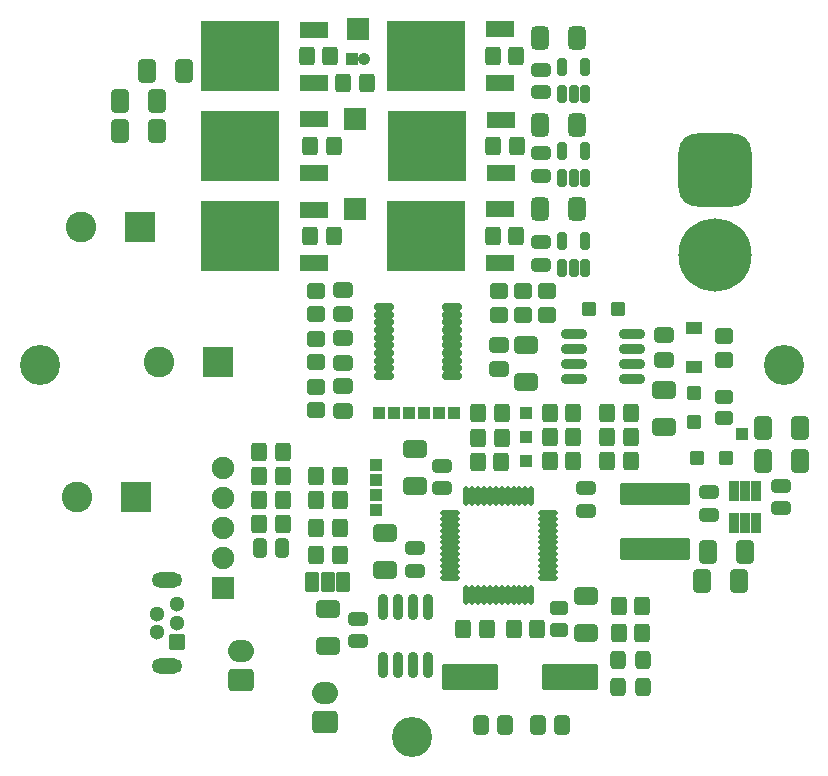
<source format=gts>
G04 #@! TF.GenerationSoftware,KiCad,Pcbnew,6.0.11+dfsg-1*
G04 #@! TF.CreationDate,2025-03-20T11:06:45-04:00*
G04 #@! TF.ProjectId,foc-board,666f632d-626f-4617-9264-2e6b69636164,rev?*
G04 #@! TF.SameCoordinates,Original*
G04 #@! TF.FileFunction,Soldermask,Top*
G04 #@! TF.FilePolarity,Negative*
%FSLAX46Y46*%
G04 Gerber Fmt 4.6, Leading zero omitted, Abs format (unit mm)*
G04 Created by KiCad (PCBNEW 6.0.11+dfsg-1) date 2025-03-20 11:06:45*
%MOMM*%
%LPD*%
G01*
G04 APERTURE LIST*
G04 Aperture macros list*
%AMRoundRect*
0 Rectangle with rounded corners*
0 $1 Rounding radius*
0 $2 $3 $4 $5 $6 $7 $8 $9 X,Y pos of 4 corners*
0 Add a 4 corners polygon primitive as box body*
4,1,4,$2,$3,$4,$5,$6,$7,$8,$9,$2,$3,0*
0 Add four circle primitives for the rounded corners*
1,1,$1+$1,$2,$3*
1,1,$1+$1,$4,$5*
1,1,$1+$1,$6,$7*
1,1,$1+$1,$8,$9*
0 Add four rect primitives between the rounded corners*
20,1,$1+$1,$2,$3,$4,$5,0*
20,1,$1+$1,$4,$5,$6,$7,0*
20,1,$1+$1,$6,$7,$8,$9,0*
20,1,$1+$1,$8,$9,$2,$3,0*%
G04 Aperture macros list end*
%ADD10RoundRect,0.350000X-0.412500X-0.650000X0.412500X-0.650000X0.412500X0.650000X-0.412500X0.650000X0*%
%ADD11RoundRect,0.100000X-0.850000X-0.850000X0.850000X-0.850000X0.850000X0.850000X-0.850000X0.850000X0*%
%ADD12RoundRect,0.350000X0.450000X-0.350000X0.450000X0.350000X-0.450000X0.350000X-0.450000X-0.350000X0*%
%ADD13RoundRect,0.100000X0.325000X-0.780000X0.325000X0.780000X-0.325000X0.780000X-0.325000X-0.780000X0*%
%ADD14RoundRect,0.350000X-0.350000X-0.450000X0.350000X-0.450000X0.350000X0.450000X-0.350000X0.450000X0*%
%ADD15RoundRect,0.350000X-0.337500X-0.475000X0.337500X-0.475000X0.337500X0.475000X-0.337500X0.475000X0*%
%ADD16C,3.400000*%
%ADD17RoundRect,0.250000X0.150000X-0.512500X0.150000X0.512500X-0.150000X0.512500X-0.150000X-0.512500X0*%
%ADD18RoundRect,0.350000X0.475000X-0.250000X0.475000X0.250000X-0.475000X0.250000X-0.475000X-0.250000X0*%
%ADD19RoundRect,0.350000X-0.475000X0.250000X-0.475000X-0.250000X0.475000X-0.250000X0.475000X0.250000X0*%
%ADD20RoundRect,0.100000X1.200000X1.200000X-1.200000X1.200000X-1.200000X-1.200000X1.200000X-1.200000X0*%
%ADD21C,2.600000*%
%ADD22RoundRect,0.100000X0.425000X-0.425000X0.425000X0.425000X-0.425000X0.425000X-0.425000X-0.425000X0*%
%ADD23O,1.050000X1.050000*%
%ADD24RoundRect,0.100000X-0.425000X-0.425000X0.425000X-0.425000X0.425000X0.425000X-0.425000X0.425000X0*%
%ADD25RoundRect,0.200000X0.637500X0.100000X-0.637500X0.100000X-0.637500X-0.100000X0.637500X-0.100000X0*%
%ADD26RoundRect,0.350000X0.475000X-0.337500X0.475000X0.337500X-0.475000X0.337500X-0.475000X-0.337500X0*%
%ADD27RoundRect,0.175000X0.075000X-0.662500X0.075000X0.662500X-0.075000X0.662500X-0.075000X-0.662500X0*%
%ADD28RoundRect,0.175000X0.662500X-0.075000X0.662500X0.075000X-0.662500X0.075000X-0.662500X-0.075000X0*%
%ADD29RoundRect,0.350000X0.350000X0.450000X-0.350000X0.450000X-0.350000X-0.450000X0.350000X-0.450000X0*%
%ADD30RoundRect,0.350000X0.250000X0.475000X-0.250000X0.475000X-0.250000X-0.475000X0.250000X-0.475000X0*%
%ADD31RoundRect,0.350000X0.450000X-0.262500X0.450000X0.262500X-0.450000X0.262500X-0.450000X-0.262500X0*%
%ADD32RoundRect,0.350000X0.650000X-0.412500X0.650000X0.412500X-0.650000X0.412500X-0.650000X-0.412500X0*%
%ADD33RoundRect,0.350000X0.337500X0.475000X-0.337500X0.475000X-0.337500X-0.475000X0.337500X-0.475000X0*%
%ADD34RoundRect,0.100000X1.100000X0.600000X-1.100000X0.600000X-1.100000X-0.600000X1.100000X-0.600000X0*%
%ADD35RoundRect,0.100000X3.200000X2.900000X-3.200000X2.900000X-3.200000X-2.900000X3.200000X-2.900000X0*%
%ADD36RoundRect,0.100000X-2.850000X0.800000X-2.850000X-0.800000X2.850000X-0.800000X2.850000X0.800000X0*%
%ADD37RoundRect,0.350000X0.412500X0.650000X-0.412500X0.650000X-0.412500X-0.650000X0.412500X-0.650000X0*%
%ADD38RoundRect,0.350000X0.325000X0.450000X-0.325000X0.450000X-0.325000X-0.450000X0.325000X-0.450000X0*%
%ADD39RoundRect,0.100000X0.500000X-0.500000X0.500000X0.500000X-0.500000X0.500000X-0.500000X-0.500000X0*%
%ADD40RoundRect,0.100000X0.600000X-0.450000X0.600000X0.450000X-0.600000X0.450000X-0.600000X-0.450000X0*%
%ADD41RoundRect,0.350000X0.750000X-0.600000X0.750000X0.600000X-0.750000X0.600000X-0.750000X-0.600000X0*%
%ADD42O,2.200000X1.900000*%
%ADD43RoundRect,0.350000X-0.400000X-0.625000X0.400000X-0.625000X0.400000X0.625000X-0.400000X0.625000X0*%
%ADD44RoundRect,0.100000X0.500000X0.500000X-0.500000X0.500000X-0.500000X-0.500000X0.500000X-0.500000X0*%
%ADD45RoundRect,0.100000X-2.250000X-1.000000X2.250000X-1.000000X2.250000X1.000000X-2.250000X1.000000X0*%
%ADD46RoundRect,0.350000X-0.450000X0.262500X-0.450000X-0.262500X0.450000X-0.262500X0.450000X0.262500X0*%
%ADD47RoundRect,0.250000X-0.150000X0.825000X-0.150000X-0.825000X0.150000X-0.825000X0.150000X0.825000X0*%
%ADD48RoundRect,0.100000X-0.500000X-0.750000X0.500000X-0.750000X0.500000X0.750000X-0.500000X0.750000X0*%
%ADD49RoundRect,0.100000X0.550000X-0.550000X0.550000X0.550000X-0.550000X0.550000X-0.550000X-0.550000X0*%
%ADD50C,1.300000*%
%ADD51O,2.600000X1.300000*%
%ADD52RoundRect,0.250000X-0.825000X-0.150000X0.825000X-0.150000X0.825000X0.150000X-0.825000X0.150000X0*%
%ADD53RoundRect,1.600000X-1.500000X1.500000X-1.500000X-1.500000X1.500000X-1.500000X1.500000X1.500000X0*%
%ADD54C,6.200000*%
%ADD55RoundRect,0.350000X-0.650000X0.412500X-0.650000X-0.412500X0.650000X-0.412500X0.650000X0.412500X0*%
%ADD56RoundRect,0.100000X0.850000X0.850000X-0.850000X0.850000X-0.850000X-0.850000X0.850000X-0.850000X0*%
%ADD57O,1.900000X1.900000*%
%ADD58RoundRect,0.350000X-0.450000X0.350000X-0.450000X-0.350000X0.450000X-0.350000X0.450000X0.350000X0*%
%ADD59RoundRect,0.350000X-0.475000X0.337500X-0.475000X-0.337500X0.475000X-0.337500X0.475000X0.337500X0*%
G04 APERTURE END LIST*
D10*
X132549500Y-111760000D03*
X135674500Y-111760000D03*
D11*
X102640000Y-82764000D03*
D12*
X116864000Y-91678000D03*
X116864000Y-89678000D03*
D13*
X134710000Y-109340000D03*
X135660000Y-109340000D03*
X136610000Y-109340000D03*
X136610000Y-106640000D03*
X135660000Y-106640000D03*
X134710000Y-106640000D03*
D14*
X124984000Y-116332000D03*
X126984000Y-116332000D03*
D15*
X118112500Y-126452000D03*
X120187500Y-126452000D03*
D16*
X138962000Y-95972000D03*
D17*
X120208000Y-72979500D03*
X121158000Y-72979500D03*
X122108000Y-72979500D03*
X122108000Y-70704500D03*
X120208000Y-70704500D03*
D14*
X98846000Y-77429000D03*
X100846000Y-77429000D03*
D18*
X132612000Y-108620000D03*
X132612000Y-106720000D03*
D19*
X109982000Y-104460000D03*
X109982000Y-106360000D03*
D18*
X122198000Y-108286000D03*
X122198000Y-106386000D03*
D14*
X124984000Y-118618000D03*
X126984000Y-118618000D03*
D20*
X84135959Y-107148000D03*
D21*
X79135959Y-107148000D03*
D17*
X120208000Y-80091500D03*
X121158000Y-80091500D03*
X122108000Y-80091500D03*
X122108000Y-77816500D03*
X120208000Y-77816500D03*
D22*
X102394000Y-70064000D03*
D23*
X103394000Y-70064000D03*
D24*
X109752000Y-100036000D03*
D25*
X110836500Y-96865000D03*
X110836500Y-96215000D03*
X110836500Y-95565000D03*
X110836500Y-94915000D03*
X110836500Y-94265000D03*
X110836500Y-93615000D03*
X110836500Y-92965000D03*
X110836500Y-92315000D03*
X110836500Y-91665000D03*
X110836500Y-91015000D03*
X105111500Y-91015000D03*
X105111500Y-91665000D03*
X105111500Y-92315000D03*
X105111500Y-92965000D03*
X105111500Y-93615000D03*
X105111500Y-94265000D03*
X105111500Y-94915000D03*
X105111500Y-95565000D03*
X105111500Y-96215000D03*
X105111500Y-96865000D03*
D20*
X84467918Y-84288000D03*
D21*
X79467918Y-84288000D03*
D14*
X94528000Y-109434000D03*
X96528000Y-109434000D03*
D26*
X114808000Y-96309000D03*
X114808000Y-94234000D03*
D24*
X105942000Y-100036000D03*
D27*
X112082000Y-115374500D03*
X112582000Y-115374500D03*
X113082000Y-115374500D03*
X113582000Y-115374500D03*
X114082000Y-115374500D03*
X114582000Y-115374500D03*
X115082000Y-115374500D03*
X115582000Y-115374500D03*
X116082000Y-115374500D03*
X116582000Y-115374500D03*
X117082000Y-115374500D03*
X117582000Y-115374500D03*
D28*
X118994500Y-113962000D03*
X118994500Y-113462000D03*
X118994500Y-112962000D03*
X118994500Y-112462000D03*
X118994500Y-111962000D03*
X118994500Y-111462000D03*
X118994500Y-110962000D03*
X118994500Y-110462000D03*
X118994500Y-109962000D03*
X118994500Y-109462000D03*
X118994500Y-108962000D03*
X118994500Y-108462000D03*
D27*
X117582000Y-107049500D03*
X117082000Y-107049500D03*
X116582000Y-107049500D03*
X116082000Y-107049500D03*
X115582000Y-107049500D03*
X115082000Y-107049500D03*
X114582000Y-107049500D03*
X114082000Y-107049500D03*
X113582000Y-107049500D03*
X113082000Y-107049500D03*
X112582000Y-107049500D03*
X112082000Y-107049500D03*
D28*
X110669500Y-108462000D03*
X110669500Y-108962000D03*
X110669500Y-109462000D03*
X110669500Y-109962000D03*
X110669500Y-110462000D03*
X110669500Y-110962000D03*
X110669500Y-111462000D03*
X110669500Y-111962000D03*
X110669500Y-112462000D03*
X110669500Y-112962000D03*
X110669500Y-113462000D03*
X110669500Y-113962000D03*
D29*
X126008000Y-102068000D03*
X124008000Y-102068000D03*
D30*
X96478000Y-111466000D03*
X94578000Y-111466000D03*
D31*
X133882000Y-100440500D03*
X133882000Y-98615500D03*
D29*
X113816000Y-118324000D03*
X111816000Y-118324000D03*
D12*
X99338000Y-99766000D03*
X99338000Y-97766000D03*
D32*
X105180000Y-113282500D03*
X105180000Y-110157500D03*
D33*
X115383000Y-126452000D03*
X113308000Y-126452000D03*
D34*
X99226000Y-72090000D03*
D35*
X92926000Y-69810000D03*
D34*
X99226000Y-67530000D03*
D36*
X128040000Y-106830000D03*
X128040000Y-111530000D03*
D12*
X99338000Y-95702000D03*
X99338000Y-93702000D03*
X118872000Y-91678000D03*
X118872000Y-89678000D03*
D29*
X101354000Y-105370000D03*
X99354000Y-105370000D03*
D18*
X138684000Y-108072000D03*
X138684000Y-106172000D03*
D29*
X115062000Y-102108000D03*
X113062000Y-102108000D03*
D24*
X104672000Y-100036000D03*
D14*
X119142000Y-100036000D03*
X121142000Y-100036000D03*
D16*
X107466000Y-127468000D03*
D14*
X94528000Y-103338000D03*
X96528000Y-103338000D03*
D37*
X88200500Y-71080000D03*
X85075500Y-71080000D03*
D10*
X132041500Y-114260000D03*
X135166500Y-114260000D03*
D38*
X127009000Y-123190000D03*
X124959000Y-123190000D03*
D29*
X115078000Y-100036000D03*
X113078000Y-100036000D03*
D34*
X99191000Y-79709000D03*
D35*
X92891000Y-77429000D03*
D34*
X99191000Y-75149000D03*
X115016000Y-79710000D03*
D35*
X108716000Y-77430000D03*
D34*
X115016000Y-75150000D03*
D24*
X107212000Y-100038000D03*
D10*
X137184000Y-101306000D03*
X140309000Y-101306000D03*
D38*
X127009000Y-120904000D03*
X124959000Y-120904000D03*
D17*
X120208000Y-87711500D03*
X121158000Y-87711500D03*
X122108000Y-87711500D03*
X122108000Y-85436500D03*
X120208000Y-85436500D03*
D18*
X118388000Y-87458000D03*
X118388000Y-85558000D03*
D39*
X131342000Y-100778000D03*
X131342000Y-98278000D03*
D40*
X131342000Y-96098000D03*
X131342000Y-92798000D03*
D41*
X100100000Y-126198000D03*
D42*
X100100000Y-123698000D03*
D43*
X118342000Y-82764000D03*
X121442000Y-82764000D03*
X118342000Y-68286000D03*
X121442000Y-68286000D03*
D19*
X107720000Y-111466000D03*
X107720000Y-113366000D03*
D29*
X126008000Y-100036000D03*
X124008000Y-100036000D03*
D26*
X101624000Y-95739500D03*
X101624000Y-93664500D03*
D18*
X118388000Y-72858000D03*
X118388000Y-70958000D03*
D43*
X118342000Y-75652000D03*
X121442000Y-75652000D03*
D14*
X99354000Y-112014000D03*
X101354000Y-112014000D03*
D24*
X117134000Y-102068000D03*
D14*
X119142000Y-104100000D03*
X121142000Y-104100000D03*
X114324000Y-85050000D03*
X116324000Y-85050000D03*
D41*
X92971000Y-122622000D03*
D42*
X92971000Y-120122000D03*
D44*
X124948000Y-91186000D03*
X122448000Y-91186000D03*
D24*
X117134000Y-100036000D03*
X135406000Y-101814000D03*
D14*
X114324000Y-69810000D03*
X116324000Y-69810000D03*
D45*
X112360000Y-122388000D03*
X120860000Y-122388000D03*
D34*
X114968000Y-72089000D03*
D35*
X108668000Y-69809000D03*
D34*
X114968000Y-67529000D03*
D46*
X119912000Y-116546000D03*
X119912000Y-118371000D03*
D26*
X101624000Y-99825000D03*
X101624000Y-97750000D03*
D14*
X114366000Y-77430000D03*
X116366000Y-77430000D03*
D24*
X111022000Y-100036000D03*
D47*
X108839000Y-116397000D03*
X107569000Y-116397000D03*
X106299000Y-116397000D03*
X105029000Y-116397000D03*
X105029000Y-121347000D03*
X106299000Y-121347000D03*
X107569000Y-121347000D03*
X108839000Y-121347000D03*
D14*
X98846000Y-85050000D03*
X100846000Y-85050000D03*
D16*
X75970000Y-95972000D03*
D29*
X126008000Y-104100000D03*
X124008000Y-104100000D03*
D24*
X108482000Y-100036000D03*
D29*
X118102000Y-118324000D03*
X116102000Y-118324000D03*
D11*
X102894000Y-67524000D03*
D48*
X99054000Y-114300000D03*
X100354000Y-114300000D03*
X101654000Y-114300000D03*
D49*
X87626000Y-119378000D03*
D50*
X85876000Y-118578000D03*
X87626000Y-117778000D03*
X85876000Y-116978000D03*
X87626000Y-116178000D03*
D51*
X86751000Y-121428000D03*
X86751000Y-114128000D03*
D18*
X102894000Y-119340000D03*
X102894000Y-117440000D03*
X118388000Y-79904000D03*
X118388000Y-78004000D03*
D32*
X107696000Y-106210500D03*
X107696000Y-103085500D03*
D14*
X98576000Y-69810000D03*
X100576000Y-69810000D03*
D24*
X104394000Y-105664000D03*
X104394000Y-108204000D03*
D52*
X121158000Y-93345000D03*
X121158000Y-94615000D03*
X121158000Y-95885000D03*
X121158000Y-97155000D03*
X126108000Y-97155000D03*
X126108000Y-95885000D03*
X126108000Y-94615000D03*
X126108000Y-93345000D03*
D53*
X133120000Y-79462000D03*
D54*
X133120000Y-86662000D03*
D55*
X128802000Y-98036500D03*
X128802000Y-101161500D03*
D14*
X101640000Y-72096000D03*
X103640000Y-72096000D03*
D24*
X104394000Y-106934000D03*
D44*
X134092000Y-103846000D03*
X131592000Y-103846000D03*
D24*
X117134000Y-104100000D03*
D10*
X137184000Y-104100000D03*
X140309000Y-104100000D03*
D14*
X99354000Y-109728000D03*
X101354000Y-109728000D03*
D26*
X101624000Y-91656000D03*
X101624000Y-89581000D03*
D34*
X114968000Y-87328000D03*
D35*
X108668000Y-85048000D03*
D34*
X114968000Y-82768000D03*
D56*
X91440000Y-114808000D03*
D57*
X91440000Y-112268000D03*
X91440000Y-109728000D03*
X91440000Y-107188000D03*
X91440000Y-104648000D03*
D14*
X94528000Y-107402000D03*
X96528000Y-107402000D03*
D58*
X133858000Y-93488000D03*
X133858000Y-95488000D03*
D59*
X128802000Y-93410500D03*
X128802000Y-95485500D03*
D37*
X85914500Y-76160000D03*
X82789500Y-76160000D03*
X85914500Y-73620000D03*
X82789500Y-73620000D03*
D55*
X100330000Y-116586000D03*
X100330000Y-119711000D03*
D14*
X119142000Y-102068000D03*
X121142000Y-102068000D03*
D12*
X114808000Y-91678000D03*
X114808000Y-89678000D03*
D24*
X104394000Y-104394000D03*
D14*
X94528000Y-105370000D03*
X96528000Y-105370000D03*
D29*
X115046000Y-104140000D03*
X113046000Y-104140000D03*
D32*
X122198000Y-118655000D03*
X122198000Y-115530000D03*
D34*
X99226000Y-87330000D03*
D35*
X92926000Y-85050000D03*
D34*
X99226000Y-82770000D03*
D32*
X117094000Y-97359000D03*
X117094000Y-94234000D03*
D11*
X102640000Y-75144000D03*
D20*
X91051795Y-95718000D03*
D21*
X86051795Y-95718000D03*
D12*
X99338000Y-91638000D03*
X99338000Y-89638000D03*
D14*
X99354000Y-107402000D03*
X101354000Y-107402000D03*
G36*
X111551334Y-96498598D02*
G01*
X111551724Y-96500560D01*
X111551493Y-96501028D01*
X111531688Y-96530667D01*
X111538874Y-96566794D01*
X111550627Y-96578547D01*
X111551145Y-96580479D01*
X111549731Y-96581893D01*
X111548823Y-96581923D01*
X111473801Y-96567000D01*
X110199199Y-96567000D01*
X110123560Y-96582045D01*
X110121666Y-96581402D01*
X110121276Y-96579440D01*
X110121507Y-96578972D01*
X110141312Y-96549333D01*
X110134126Y-96513206D01*
X110122373Y-96501453D01*
X110121855Y-96499521D01*
X110123269Y-96498107D01*
X110124177Y-96498077D01*
X110199199Y-96513000D01*
X111473801Y-96513000D01*
X111549440Y-96497955D01*
X111551334Y-96498598D01*
G37*
G36*
X105826334Y-96498598D02*
G01*
X105826724Y-96500560D01*
X105826493Y-96501028D01*
X105806688Y-96530667D01*
X105813874Y-96566794D01*
X105825627Y-96578547D01*
X105826145Y-96580479D01*
X105824731Y-96581893D01*
X105823823Y-96581923D01*
X105748801Y-96567000D01*
X104474199Y-96567000D01*
X104398560Y-96582045D01*
X104396666Y-96581402D01*
X104396276Y-96579440D01*
X104396507Y-96578972D01*
X104416312Y-96549333D01*
X104409126Y-96513206D01*
X104397373Y-96501453D01*
X104396855Y-96499521D01*
X104398269Y-96498107D01*
X104399177Y-96498077D01*
X104474199Y-96513000D01*
X105748801Y-96513000D01*
X105824440Y-96497955D01*
X105826334Y-96498598D01*
G37*
G36*
X111551334Y-95848598D02*
G01*
X111551724Y-95850560D01*
X111551493Y-95851028D01*
X111531688Y-95880667D01*
X111538874Y-95916794D01*
X111550627Y-95928547D01*
X111551145Y-95930479D01*
X111549731Y-95931893D01*
X111548823Y-95931923D01*
X111473801Y-95917000D01*
X110199199Y-95917000D01*
X110123560Y-95932045D01*
X110121666Y-95931402D01*
X110121276Y-95929440D01*
X110121507Y-95928972D01*
X110141312Y-95899333D01*
X110134126Y-95863206D01*
X110122373Y-95851453D01*
X110121855Y-95849521D01*
X110123269Y-95848107D01*
X110124177Y-95848077D01*
X110199199Y-95863000D01*
X111473801Y-95863000D01*
X111549440Y-95847955D01*
X111551334Y-95848598D01*
G37*
G36*
X105826334Y-95848598D02*
G01*
X105826724Y-95850560D01*
X105826493Y-95851028D01*
X105806688Y-95880667D01*
X105813874Y-95916794D01*
X105825627Y-95928547D01*
X105826145Y-95930479D01*
X105824731Y-95931893D01*
X105823823Y-95931923D01*
X105748801Y-95917000D01*
X104474199Y-95917000D01*
X104398560Y-95932045D01*
X104396666Y-95931402D01*
X104396276Y-95929440D01*
X104396507Y-95928972D01*
X104416312Y-95899333D01*
X104409126Y-95863206D01*
X104397373Y-95851453D01*
X104396855Y-95849521D01*
X104398269Y-95848107D01*
X104399177Y-95848077D01*
X104474199Y-95863000D01*
X105748801Y-95863000D01*
X105824440Y-95847955D01*
X105826334Y-95848598D01*
G37*
G36*
X105826334Y-95198598D02*
G01*
X105826724Y-95200560D01*
X105826493Y-95201028D01*
X105806688Y-95230667D01*
X105813874Y-95266794D01*
X105825627Y-95278547D01*
X105826145Y-95280479D01*
X105824731Y-95281893D01*
X105823823Y-95281923D01*
X105748801Y-95267000D01*
X104474199Y-95267000D01*
X104398560Y-95282045D01*
X104396666Y-95281402D01*
X104396276Y-95279440D01*
X104396507Y-95278972D01*
X104416312Y-95249333D01*
X104409126Y-95213206D01*
X104397373Y-95201453D01*
X104396855Y-95199521D01*
X104398269Y-95198107D01*
X104399177Y-95198077D01*
X104474199Y-95213000D01*
X105748801Y-95213000D01*
X105824440Y-95197955D01*
X105826334Y-95198598D01*
G37*
G36*
X111551334Y-95198598D02*
G01*
X111551724Y-95200560D01*
X111551493Y-95201028D01*
X111531688Y-95230667D01*
X111538874Y-95266794D01*
X111550627Y-95278547D01*
X111551145Y-95280479D01*
X111549731Y-95281893D01*
X111548823Y-95281923D01*
X111473801Y-95267000D01*
X110199199Y-95267000D01*
X110123560Y-95282045D01*
X110121666Y-95281402D01*
X110121276Y-95279440D01*
X110121507Y-95278972D01*
X110141312Y-95249333D01*
X110134126Y-95213206D01*
X110122373Y-95201453D01*
X110121855Y-95199521D01*
X110123269Y-95198107D01*
X110124177Y-95198077D01*
X110199199Y-95213000D01*
X111473801Y-95213000D01*
X111549440Y-95197955D01*
X111551334Y-95198598D01*
G37*
G36*
X111551334Y-94548598D02*
G01*
X111551724Y-94550560D01*
X111551493Y-94551028D01*
X111531688Y-94580667D01*
X111538874Y-94616794D01*
X111550627Y-94628547D01*
X111551145Y-94630479D01*
X111549731Y-94631893D01*
X111548823Y-94631923D01*
X111473801Y-94617000D01*
X110199199Y-94617000D01*
X110123560Y-94632045D01*
X110121666Y-94631402D01*
X110121276Y-94629440D01*
X110121507Y-94628972D01*
X110141312Y-94599333D01*
X110134126Y-94563206D01*
X110122373Y-94551453D01*
X110121855Y-94549521D01*
X110123269Y-94548107D01*
X110124177Y-94548077D01*
X110199199Y-94563000D01*
X111473801Y-94563000D01*
X111549440Y-94547955D01*
X111551334Y-94548598D01*
G37*
G36*
X105826334Y-94548598D02*
G01*
X105826724Y-94550560D01*
X105826493Y-94551028D01*
X105806688Y-94580667D01*
X105813874Y-94616794D01*
X105825627Y-94628547D01*
X105826145Y-94630479D01*
X105824731Y-94631893D01*
X105823823Y-94631923D01*
X105748801Y-94617000D01*
X104474199Y-94617000D01*
X104398560Y-94632045D01*
X104396666Y-94631402D01*
X104396276Y-94629440D01*
X104396507Y-94628972D01*
X104416312Y-94599333D01*
X104409126Y-94563206D01*
X104397373Y-94551453D01*
X104396855Y-94549521D01*
X104398269Y-94548107D01*
X104399177Y-94548077D01*
X104474199Y-94563000D01*
X105748801Y-94563000D01*
X105824440Y-94547955D01*
X105826334Y-94548598D01*
G37*
G36*
X105826334Y-93898598D02*
G01*
X105826724Y-93900560D01*
X105826493Y-93901028D01*
X105806688Y-93930667D01*
X105813874Y-93966794D01*
X105825627Y-93978547D01*
X105826145Y-93980479D01*
X105824731Y-93981893D01*
X105823823Y-93981923D01*
X105748801Y-93967000D01*
X104474199Y-93967000D01*
X104398560Y-93982045D01*
X104396666Y-93981402D01*
X104396276Y-93979440D01*
X104396507Y-93978972D01*
X104416312Y-93949333D01*
X104409126Y-93913206D01*
X104397373Y-93901453D01*
X104396855Y-93899521D01*
X104398269Y-93898107D01*
X104399177Y-93898077D01*
X104474199Y-93913000D01*
X105748801Y-93913000D01*
X105824440Y-93897955D01*
X105826334Y-93898598D01*
G37*
G36*
X111551334Y-93898598D02*
G01*
X111551724Y-93900560D01*
X111551493Y-93901028D01*
X111531688Y-93930667D01*
X111538874Y-93966794D01*
X111550627Y-93978547D01*
X111551145Y-93980479D01*
X111549731Y-93981893D01*
X111548823Y-93981923D01*
X111473801Y-93967000D01*
X110199199Y-93967000D01*
X110123560Y-93982045D01*
X110121666Y-93981402D01*
X110121276Y-93979440D01*
X110121507Y-93978972D01*
X110141312Y-93949333D01*
X110134126Y-93913206D01*
X110122373Y-93901453D01*
X110121855Y-93899521D01*
X110123269Y-93898107D01*
X110124177Y-93898077D01*
X110199199Y-93913000D01*
X111473801Y-93913000D01*
X111549440Y-93897955D01*
X111551334Y-93898598D01*
G37*
G36*
X105826334Y-93248598D02*
G01*
X105826724Y-93250560D01*
X105826493Y-93251028D01*
X105806688Y-93280667D01*
X105813874Y-93316794D01*
X105825627Y-93328547D01*
X105826145Y-93330479D01*
X105824731Y-93331893D01*
X105823823Y-93331923D01*
X105748801Y-93317000D01*
X104474199Y-93317000D01*
X104398560Y-93332045D01*
X104396666Y-93331402D01*
X104396276Y-93329440D01*
X104396507Y-93328972D01*
X104416312Y-93299333D01*
X104409126Y-93263206D01*
X104397373Y-93251453D01*
X104396855Y-93249521D01*
X104398269Y-93248107D01*
X104399177Y-93248077D01*
X104474199Y-93263000D01*
X105748801Y-93263000D01*
X105824440Y-93247955D01*
X105826334Y-93248598D01*
G37*
G36*
X111551334Y-93248598D02*
G01*
X111551724Y-93250560D01*
X111551493Y-93251028D01*
X111531688Y-93280667D01*
X111538874Y-93316794D01*
X111550627Y-93328547D01*
X111551145Y-93330479D01*
X111549731Y-93331893D01*
X111548823Y-93331923D01*
X111473801Y-93317000D01*
X110199199Y-93317000D01*
X110123560Y-93332045D01*
X110121666Y-93331402D01*
X110121276Y-93329440D01*
X110121507Y-93328972D01*
X110141312Y-93299333D01*
X110134126Y-93263206D01*
X110122373Y-93251453D01*
X110121855Y-93249521D01*
X110123269Y-93248107D01*
X110124177Y-93248077D01*
X110199199Y-93263000D01*
X111473801Y-93263000D01*
X111549440Y-93247955D01*
X111551334Y-93248598D01*
G37*
G36*
X111551334Y-92598598D02*
G01*
X111551724Y-92600560D01*
X111551493Y-92601028D01*
X111531688Y-92630667D01*
X111538874Y-92666794D01*
X111550627Y-92678547D01*
X111551145Y-92680479D01*
X111549731Y-92681893D01*
X111548823Y-92681923D01*
X111473801Y-92667000D01*
X110199199Y-92667000D01*
X110123560Y-92682045D01*
X110121666Y-92681402D01*
X110121276Y-92679440D01*
X110121507Y-92678972D01*
X110141312Y-92649333D01*
X110134126Y-92613206D01*
X110122373Y-92601453D01*
X110121855Y-92599521D01*
X110123269Y-92598107D01*
X110124177Y-92598077D01*
X110199199Y-92613000D01*
X111473801Y-92613000D01*
X111549440Y-92597955D01*
X111551334Y-92598598D01*
G37*
G36*
X105826334Y-92598598D02*
G01*
X105826724Y-92600560D01*
X105826493Y-92601028D01*
X105806688Y-92630667D01*
X105813874Y-92666794D01*
X105825627Y-92678547D01*
X105826145Y-92680479D01*
X105824731Y-92681893D01*
X105823823Y-92681923D01*
X105748801Y-92667000D01*
X104474199Y-92667000D01*
X104398560Y-92682045D01*
X104396666Y-92681402D01*
X104396276Y-92679440D01*
X104396507Y-92678972D01*
X104416312Y-92649333D01*
X104409126Y-92613206D01*
X104397373Y-92601453D01*
X104396855Y-92599521D01*
X104398269Y-92598107D01*
X104399177Y-92598077D01*
X104474199Y-92613000D01*
X105748801Y-92613000D01*
X105824440Y-92597955D01*
X105826334Y-92598598D01*
G37*
G36*
X111551334Y-91948598D02*
G01*
X111551724Y-91950560D01*
X111551493Y-91951028D01*
X111531688Y-91980667D01*
X111538874Y-92016794D01*
X111550627Y-92028547D01*
X111551145Y-92030479D01*
X111549731Y-92031893D01*
X111548823Y-92031923D01*
X111473801Y-92017000D01*
X110199199Y-92017000D01*
X110123560Y-92032045D01*
X110121666Y-92031402D01*
X110121276Y-92029440D01*
X110121507Y-92028972D01*
X110141312Y-91999333D01*
X110134126Y-91963206D01*
X110122373Y-91951453D01*
X110121855Y-91949521D01*
X110123269Y-91948107D01*
X110124177Y-91948077D01*
X110199199Y-91963000D01*
X111473801Y-91963000D01*
X111549440Y-91947955D01*
X111551334Y-91948598D01*
G37*
G36*
X105826334Y-91948598D02*
G01*
X105826724Y-91950560D01*
X105826493Y-91951028D01*
X105806688Y-91980667D01*
X105813874Y-92016794D01*
X105825627Y-92028547D01*
X105826145Y-92030479D01*
X105824731Y-92031893D01*
X105823823Y-92031923D01*
X105748801Y-92017000D01*
X104474199Y-92017000D01*
X104398560Y-92032045D01*
X104396666Y-92031402D01*
X104396276Y-92029440D01*
X104396507Y-92028972D01*
X104416312Y-91999333D01*
X104409126Y-91963206D01*
X104397373Y-91951453D01*
X104396855Y-91949521D01*
X104398269Y-91948107D01*
X104399177Y-91948077D01*
X104474199Y-91963000D01*
X105748801Y-91963000D01*
X105824440Y-91947955D01*
X105826334Y-91948598D01*
G37*
G36*
X111551334Y-91298598D02*
G01*
X111551724Y-91300560D01*
X111551493Y-91301028D01*
X111531688Y-91330667D01*
X111538874Y-91366794D01*
X111550627Y-91378547D01*
X111551145Y-91380479D01*
X111549731Y-91381893D01*
X111548823Y-91381923D01*
X111473801Y-91367000D01*
X110199199Y-91367000D01*
X110123560Y-91382045D01*
X110121666Y-91381402D01*
X110121276Y-91379440D01*
X110121507Y-91378972D01*
X110141312Y-91349333D01*
X110134126Y-91313206D01*
X110122373Y-91301453D01*
X110121855Y-91299521D01*
X110123269Y-91298107D01*
X110124177Y-91298077D01*
X110199199Y-91313000D01*
X111473801Y-91313000D01*
X111549440Y-91297955D01*
X111551334Y-91298598D01*
G37*
G36*
X105826334Y-91298598D02*
G01*
X105826724Y-91300560D01*
X105826493Y-91301028D01*
X105806688Y-91330667D01*
X105813874Y-91366794D01*
X105825627Y-91378547D01*
X105826145Y-91380479D01*
X105824731Y-91381893D01*
X105823823Y-91381923D01*
X105748801Y-91367000D01*
X104474199Y-91367000D01*
X104398560Y-91382045D01*
X104396666Y-91381402D01*
X104396276Y-91379440D01*
X104396507Y-91378972D01*
X104416312Y-91349333D01*
X104409126Y-91313206D01*
X104397373Y-91301453D01*
X104396855Y-91299521D01*
X104398269Y-91298107D01*
X104399177Y-91298077D01*
X104474199Y-91313000D01*
X105748801Y-91313000D01*
X105824440Y-91297955D01*
X105826334Y-91298598D01*
G37*
M02*

</source>
